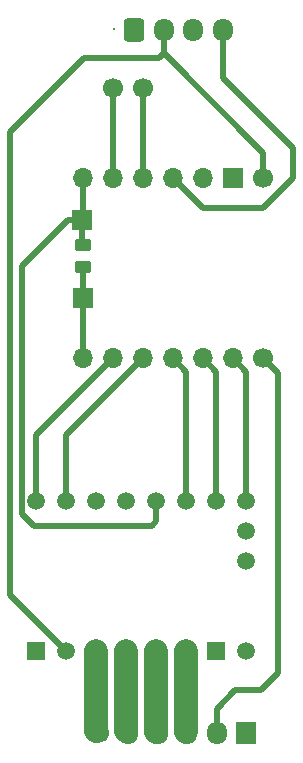
<source format=gbr>
%TF.GenerationSoftware,KiCad,Pcbnew,9.0.0*%
%TF.CreationDate,2025-04-12T21:57:36+03:00*%
%TF.ProjectId,kikad,6b696b61-642e-46b6-9963-61645f706362,rev?*%
%TF.SameCoordinates,Original*%
%TF.FileFunction,Copper,L1,Top*%
%TF.FilePolarity,Positive*%
%FSLAX46Y46*%
G04 Gerber Fmt 4.6, Leading zero omitted, Abs format (unit mm)*
G04 Created by KiCad (PCBNEW 9.0.0) date 2025-04-12 21:57:36*
%MOMM*%
%LPD*%
G01*
G04 APERTURE LIST*
G04 Aperture macros list*
%AMRoundRect*
0 Rectangle with rounded corners*
0 $1 Rounding radius*
0 $2 $3 $4 $5 $6 $7 $8 $9 X,Y pos of 4 corners*
0 Add a 4 corners polygon primitive as box body*
4,1,4,$2,$3,$4,$5,$6,$7,$8,$9,$2,$3,0*
0 Add four circle primitives for the rounded corners*
1,1,$1+$1,$2,$3*
1,1,$1+$1,$4,$5*
1,1,$1+$1,$6,$7*
1,1,$1+$1,$8,$9*
0 Add four rect primitives between the rounded corners*
20,1,$1+$1,$2,$3,$4,$5,0*
20,1,$1+$1,$4,$5,$6,$7,0*
20,1,$1+$1,$6,$7,$8,$9,0*
20,1,$1+$1,$8,$9,$2,$3,0*%
G04 Aperture macros list end*
%TA.AperFunction,ComponentPad*%
%ADD10R,1.508000X1.508000*%
%TD*%
%TA.AperFunction,ComponentPad*%
%ADD11C,1.508000*%
%TD*%
%TA.AperFunction,ComponentPad*%
%ADD12C,1.700000*%
%TD*%
%TA.AperFunction,ComponentPad*%
%ADD13R,1.700000X1.700000*%
%TD*%
%TA.AperFunction,SMDPad,CuDef*%
%ADD14RoundRect,0.250000X0.450000X-0.262500X0.450000X0.262500X-0.450000X0.262500X-0.450000X-0.262500X0*%
%TD*%
%TA.AperFunction,ComponentPad*%
%ADD15O,1.700000X1.700000*%
%TD*%
%TA.AperFunction,ComponentPad*%
%ADD16RoundRect,0.250000X-0.600000X-0.725000X0.600000X-0.725000X0.600000X0.725000X-0.600000X0.725000X0*%
%TD*%
%TA.AperFunction,ComponentPad*%
%ADD17O,1.700000X1.950000*%
%TD*%
%TA.AperFunction,ComponentPad*%
%ADD18R,1.700000X1.950000*%
%TD*%
%TA.AperFunction,Conductor*%
%ADD19C,0.500000*%
%TD*%
%TA.AperFunction,Conductor*%
%ADD20C,0.200000*%
%TD*%
%TA.AperFunction,Conductor*%
%ADD21C,2.000000*%
%TD*%
G04 APERTURE END LIST*
D10*
%TO.P,U1,1,GND*%
%TO.N,GND*%
X166220000Y-108585000D03*
D11*
%TO.P,U1,2,VIO*%
%TO.N,+5V*%
X168760000Y-108585000D03*
%TO.P,U1,3,M1B*%
%TO.N,Net-(J2-Pin_1)*%
X171300000Y-108585000D03*
%TO.P,U1,4,M1A*%
%TO.N,Net-(J2-Pin_2)*%
X173840000Y-108585000D03*
%TO.P,U1,5,M2A*%
%TO.N,Net-(J2-Pin_3)*%
X176380000Y-108585000D03*
%TO.P,U1,6,M2B*%
%TO.N,Net-(J2-Pin_4)*%
X178920000Y-108585000D03*
D10*
%TO.P,U1,7,GND*%
%TO.N,GND*%
X181460000Y-108585000D03*
D11*
%TO.P,U1,8,VM*%
%TO.N,+12V*%
X184000000Y-108585000D03*
%TO.P,U1,9,DIR*%
%TO.N,Net-(U1-DIR)*%
X166220000Y-95885000D03*
%TO.P,U1,10,STEP*%
%TO.N,Net-(U1-STEP)*%
X168760000Y-95885000D03*
%TO.P,U1,11,PDN*%
%TO.N,unconnected-(U1-PDN-Pad11)*%
X171300000Y-95885000D03*
%TO.P,U1,12,UART*%
%TO.N,unconnected-(U1-UART-Pad12)*%
X173840000Y-95885000D03*
%TO.P,U1,13,SPRD*%
%TO.N,Net-(U1-SPRD)*%
X176380000Y-95885000D03*
%TO.P,U1,14,MS2*%
%TO.N,unconnected-(U1-MS2-Pad14)*%
X178920000Y-95885000D03*
%TO.P,U1,15,MS1*%
%TO.N,unconnected-(U1-MS1-Pad15)*%
X181460000Y-95885000D03*
%TO.P,U1,16,~{EN}*%
%TO.N,Net-(U1-~{EN})*%
X184000000Y-95885000D03*
%TO.P,U1,17,INDEX*%
%TO.N,unconnected-(U1-INDEX-Pad17)*%
X184000000Y-100965000D03*
%TO.P,U1,18,DIAG*%
%TO.N,unconnected-(U1-DIAG-Pad18)*%
X184000000Y-98425000D03*
%TD*%
D12*
%TO.P,REF\u002A\u002A,1*%
%TO.N,unconnected-(U2-PA5_A9_D9_MISO-Pad10)*%
X175260000Y-60960000D03*
%TD*%
%TO.P,REF\u002A\u002A,1*%
%TO.N,unconnected-(U2-PA7_A8_D8_SCK-Pad9)*%
X172720000Y-60960000D03*
%TD*%
D13*
%TO.P,REF\u002A\u002A,1*%
%TO.N,Net-(U1-SPRD)*%
X170080000Y-72140000D03*
%TD*%
%TO.P,REF\u002A\u002A,1*%
%TO.N,Net-(U2-PB08_A6_D6_TX)*%
X170180000Y-78740000D03*
%TD*%
D14*
%TO.P,R1,2*%
%TO.N,Net-(U1-SPRD)*%
X170133750Y-74240000D03*
%TO.P,R1,1*%
%TO.N,Net-(U2-PB08_A6_D6_TX)*%
X170133750Y-76065000D03*
%TD*%
D15*
%TO.P,U2,7,PB08_A6_D6_TX*%
%TO.N,Net-(U1-SPRD)*%
X170180000Y-68580000D03*
D12*
%TO.P,U2,0*%
%TO.N,Net-(J2-Pin_5)*%
X185420000Y-83820000D03*
D15*
%TO.P,U2,1,PA02_A0_D0*%
%TO.N,Net-(U1-~{EN})*%
X182880000Y-83820000D03*
%TO.P,U2,2,PA4_A1_D1*%
%TO.N,unconnected-(U1-MS1-Pad15)*%
X180340000Y-83820000D03*
%TO.P,U2,3,PA10_A2_D2*%
%TO.N,unconnected-(U1-MS2-Pad14)*%
X177800000Y-83820000D03*
%TO.P,U2,4,PA11_A3_D3*%
%TO.N,Net-(U1-STEP)*%
X175260000Y-83820000D03*
%TO.P,U2,5,PA8_A4_D4_SDA*%
%TO.N,Net-(U1-DIR)*%
X172720000Y-83820000D03*
%TO.P,U2,6,PA9_A5_D5_SCL*%
%TO.N,Net-(U2-PB08_A6_D6_TX)*%
X170180000Y-83820000D03*
%TO.P,U2,8,PB09_A7_D7_RX*%
%TO.N,unconnected-(U2-PA7_A8_D8_SCK-Pad9)*%
X172720000Y-68580000D03*
%TO.P,U2,9,PA7_A8_D8_SCK*%
%TO.N,unconnected-(U2-PA5_A9_D9_MISO-Pad10)*%
X175260000Y-68580000D03*
%TO.P,U2,10,PA5_A9_D9_MISO*%
%TO.N,Net-(D1-K)*%
X177800000Y-68580000D03*
%TO.P,U2,11,PA6_A10_D10_MOSI*%
%TO.N,N/C*%
X180340000Y-68580000D03*
D13*
%TO.P,U2,12,3V3*%
%TO.N,GND*%
X182880000Y-68580000D03*
D12*
%TO.P,U2,13,GND*%
%TO.N,+5V*%
X185420000Y-68580000D03*
%TD*%
D16*
%TO.P,J1,1,Pin_1*%
%TO.N,GND*%
X174500000Y-56000000D03*
D17*
%TO.P,J1,2,Pin_2*%
%TO.N,+5V*%
X177000000Y-56000000D03*
%TO.P,J1,3,Pin_3*%
%TO.N,+12V*%
X179500000Y-56000000D03*
%TO.P,J1,4,Pin_4*%
%TO.N,Net-(D1-K)*%
X182000000Y-56000000D03*
%TD*%
D12*
%TO.P,J2,1,Pin_1*%
%TO.N,Net-(J2-Pin_1)*%
X171500000Y-115570000D03*
D17*
%TO.P,J2,2,Pin_2*%
%TO.N,Net-(J2-Pin_2)*%
X174000000Y-115570000D03*
%TO.P,J2,3,Pin_3*%
%TO.N,Net-(J2-Pin_3)*%
X176500000Y-115570000D03*
%TO.P,J2,4,Pin_4*%
%TO.N,Net-(J2-Pin_4)*%
X179000000Y-115570000D03*
%TO.P,J2,5,Pin_5*%
%TO.N,Net-(J2-Pin_5)*%
X181500000Y-115570000D03*
D18*
%TO.P,J2,6,Pin_6*%
%TO.N,GND*%
X184000000Y-115570000D03*
%TD*%
D19*
%TO.N,Net-(J2-Pin_5)*%
X183060000Y-111940000D02*
X181500000Y-113500000D01*
X181500000Y-113500000D02*
X181500000Y-115570000D01*
X186690000Y-85090000D02*
X186690000Y-110490000D01*
X186690000Y-110490000D02*
X185240000Y-111940000D01*
X185420000Y-83820000D02*
X186690000Y-85090000D01*
X185240000Y-111940000D02*
X183060000Y-111940000D01*
%TO.N,Net-(U1-SPRD)*%
X165000000Y-76000000D02*
X165000000Y-97000000D01*
X165000000Y-97000000D02*
X166000000Y-98000000D01*
X166000000Y-98000000D02*
X176000000Y-98000000D01*
X176000000Y-98000000D02*
X176380000Y-97620000D01*
X168860000Y-72140000D02*
X165000000Y-76000000D01*
X176380000Y-97620000D02*
X176380000Y-95885000D01*
X170080000Y-72140000D02*
X168860000Y-72140000D01*
%TO.N,+5V*%
X164000000Y-103825000D02*
X168760000Y-108585000D01*
X164000000Y-64640000D02*
X164000000Y-103825000D01*
X170220000Y-58420000D02*
X164000000Y-64640000D01*
X176580000Y-58420000D02*
X170220000Y-58420000D01*
X177000000Y-58000000D02*
X176580000Y-58420000D01*
%TO.N,Net-(U1-~{EN})*%
X182880000Y-83820000D02*
X184000000Y-84940000D01*
X184000000Y-84940000D02*
X184000000Y-95885000D01*
%TO.N,unconnected-(U1-MS1-Pad15)*%
X181460000Y-84940000D02*
X181460000Y-95885000D01*
X180340000Y-83820000D02*
X181460000Y-84940000D01*
%TO.N,unconnected-(U1-MS2-Pad14)*%
X178920000Y-84940000D02*
X178920000Y-95885000D01*
X177800000Y-83820000D02*
X178920000Y-84940000D01*
%TO.N,Net-(U1-STEP)*%
X168760000Y-90320000D02*
X168760000Y-95885000D01*
X175260000Y-83820000D02*
X168760000Y-90320000D01*
%TO.N,Net-(U1-DIR)*%
X166220000Y-90320000D02*
X166220000Y-95885000D01*
X172720000Y-83820000D02*
X166220000Y-90320000D01*
%TO.N,+5V*%
X177000000Y-58000000D02*
X177000000Y-56000000D01*
X185420000Y-66420000D02*
X177000000Y-58000000D01*
X185420000Y-68580000D02*
X185420000Y-66420000D01*
%TO.N,Net-(D1-K)*%
X182000000Y-60080000D02*
X182000000Y-56760000D01*
X187960000Y-68580000D02*
X187960000Y-66040000D01*
X185420000Y-71120000D02*
X187960000Y-68580000D01*
X180340000Y-71120000D02*
X185420000Y-71120000D01*
X177800000Y-68580000D02*
X180340000Y-71120000D01*
X187960000Y-66040000D02*
X182000000Y-60080000D01*
D20*
%TO.N,Net-(J2-Pin_4)*%
X178920000Y-115490000D02*
X179000000Y-115570000D01*
D21*
X178920000Y-108585000D02*
X178920000Y-115490000D01*
D20*
%TO.N,Net-(J2-Pin_3)*%
X176380000Y-115450000D02*
X176500000Y-115570000D01*
D21*
X176380000Y-108585000D02*
X176380000Y-115450000D01*
D20*
%TO.N,Net-(J2-Pin_2)*%
X173840000Y-115410000D02*
X174000000Y-115570000D01*
D21*
X173840000Y-108585000D02*
X173840000Y-115410000D01*
D20*
%TO.N,Net-(J2-Pin_1)*%
X171300000Y-115370000D02*
X171500000Y-115570000D01*
D21*
X171300000Y-108585000D02*
X171300000Y-115370000D01*
D20*
%TO.N,Net-(J2-Pin_2)*%
X174030000Y-108625000D02*
X173990000Y-108585000D01*
D19*
%TO.N,GND*%
X184030000Y-115570000D02*
X184030000Y-115270000D01*
%TO.N,unconnected-(U2-PA5_A9_D9_MISO-Pad10)*%
X175260000Y-60960000D02*
X175260000Y-68580000D01*
%TO.N,unconnected-(U2-PA7_A8_D8_SCK-Pad9)*%
X172720000Y-60960000D02*
X172720000Y-68580000D01*
D20*
%TO.N,Net-(U2-PB08_A6_D6_TX)*%
X170180000Y-76111250D02*
X170133750Y-76065000D01*
D19*
X170180000Y-78740000D02*
X170180000Y-76111250D01*
X170180000Y-83820000D02*
X170180000Y-78740000D01*
D20*
%TO.N,Net-(U1-SPRD)*%
X170080000Y-74186250D02*
X170133750Y-74240000D01*
D19*
X170080000Y-72140000D02*
X170080000Y-74186250D01*
D20*
X170180000Y-72040000D02*
X170080000Y-72140000D01*
D19*
X170180000Y-68580000D02*
X170180000Y-72040000D01*
D20*
%TO.N,+5V*%
X177760000Y-55880000D02*
X177800000Y-55880000D01*
X172760000Y-55880000D02*
X172760000Y-55920000D01*
%TO.N,Net-(U2-PB08_A6_D6_TX)*%
X170133750Y-78693750D02*
X170180000Y-78740000D01*
%TD*%
M02*

</source>
